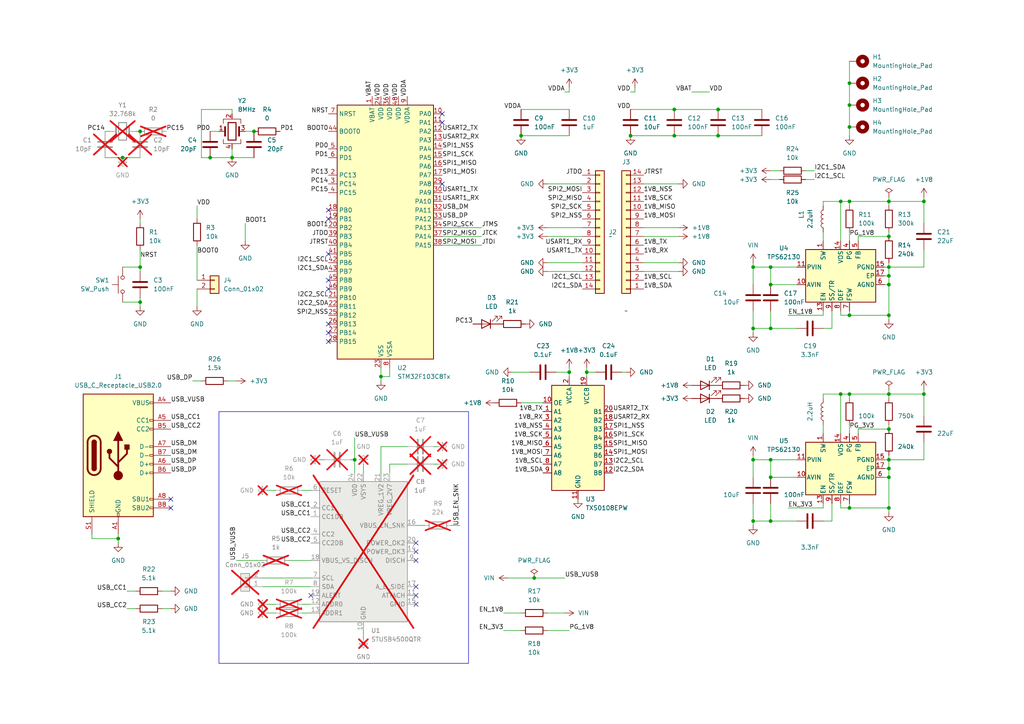
<source format=kicad_sch>
(kicad_sch (version 20231120) (generator "eeschema") (generator_version "8.0")
  (paper "A4")
  (junction (at 218.44 133.35))
  (junction (at 257.81 77.47))
  (junction (at 182.88 39.37))
  (junction (at 257.81 147.32))
  (junction (at 102.87 133.35))
  (junction (at 151.13 39.37))
  (junction (at 246.38 58.42))
  (junction (at 246.38 30.48))
  (junction (at 223.52 77.47))
  (junction (at 40.64 87.63))
  (junction (at 223.52 138.43))
  (junction (at 34.29 156.21))
  (junction (at 257.81 138.43))
  (junction (at 257.81 133.35))
  (junction (at 170.18 107.95))
  (junction (at 246.38 114.3))
  (junction (at 257.81 91.44))
  (junction (at 165.1 107.95))
  (junction (at 208.28 39.37))
  (junction (at 218.44 77.47))
  (junction (at 110.49 109.22))
  (junction (at 208.28 31.75))
  (junction (at 246.38 36.83))
  (junction (at 60.96 45.72))
  (junction (at 246.38 147.32))
  (junction (at 67.31 45.72))
  (junction (at 223.52 151.13))
  (junction (at 267.97 114.3))
  (junction (at 35.56 45.72))
  (junction (at 154.94 167.64))
  (junction (at 257.81 82.55))
  (junction (at 223.52 82.55))
  (junction (at 40.64 38.1))
  (junction (at 223.52 95.25))
  (junction (at 257.81 114.3))
  (junction (at 257.81 135.89))
  (junction (at 243.84 114.3))
  (junction (at 257.81 68.58))
  (junction (at 218.44 151.13))
  (junction (at 223.52 133.35))
  (junction (at 246.38 24.13))
  (junction (at 73.66 38.1))
  (junction (at 267.97 58.42))
  (junction (at 257.81 80.01))
  (junction (at 257.81 124.46))
  (junction (at 246.38 91.44))
  (junction (at 257.81 58.42))
  (junction (at 243.84 58.42))
  (junction (at 218.44 95.25))
  (junction (at 195.58 31.75))
  (junction (at 40.64 77.47))
  (junction (at 195.58 39.37))
  (no_connect (at 120.65 172.72))
  (no_connect (at 95.25 93.98))
  (no_connect (at 95.25 60.96))
  (no_connect (at 49.53 144.78))
  (no_connect (at 95.25 81.28))
  (no_connect (at 120.65 160.02))
  (no_connect (at 95.25 73.66))
  (no_connect (at 95.25 83.82))
  (no_connect (at 120.65 157.48))
  (no_connect (at 128.27 33.02))
  (no_connect (at 90.17 172.72))
  (no_connect (at 120.65 162.56))
  (no_connect (at 120.65 175.26))
  (no_connect (at 49.53 147.32))
  (no_connect (at 128.27 35.56))
  (no_connect (at 128.27 53.34))
  (no_connect (at 120.65 170.18))
  (no_connect (at 95.25 99.06))
  (no_connect (at 95.25 96.52))
  (no_connect (at 95.25 63.5))
  (wire (pts (xy 218.44 151.13) (xy 218.44 152.4)))
  (wire (pts (xy 256.54 77.47) (xy 257.81 77.47)))
  (wire (pts (xy 40.64 38.1) (xy 39.37 38.1)))
  (wire (pts (xy 218.44 77.47) (xy 218.44 82.55)))
  (wire (pts (xy 77.47 177.8) (xy 80.01 177.8)))
  (wire (pts (xy 218.44 133.35) (xy 218.44 138.43)))
  (wire (pts (xy 110.49 109.22) (xy 110.49 110.49)))
  (wire (pts (xy 246.38 91.44) (xy 257.81 91.44)))
  (wire (pts (xy 57.15 83.82) (xy 57.15 88.9)))
  (wire (pts (xy 184.15 26.67) (xy 184.15 25.4)))
  (wire (pts (xy 257.81 76.2) (xy 257.81 77.47)))
  (wire (pts (xy 257.81 135.89) (xy 257.81 138.43)))
  (wire (pts (xy 146.05 182.88) (xy 151.13 182.88)))
  (wire (pts (xy 246.38 114.3) (xy 257.81 114.3)))
  (wire (pts (xy 257.81 133.35) (xy 257.81 135.89)))
  (wire (pts (xy 246.38 147.32) (xy 257.81 147.32)))
  (wire (pts (xy 223.52 77.47) (xy 223.52 82.55)))
  (wire (pts (xy 246.38 67.31) (xy 246.38 69.85)))
  (wire (pts (xy 40.64 77.47) (xy 40.64 78.74)))
  (wire (pts (xy 58.42 45.72) (xy 60.96 45.72)))
  (wire (pts (xy 257.81 77.47) (xy 257.81 80.01)))
  (wire (pts (xy 241.3 90.17) (xy 241.3 95.25)))
  (wire (pts (xy 92.71 133.35) (xy 93.98 133.35)))
  (wire (pts (xy 238.76 147.32) (xy 238.76 146.05)))
  (wire (pts (xy 218.44 146.05) (xy 218.44 151.13)))
  (wire (pts (xy 30.48 45.72) (xy 35.56 45.72)))
  (wire (pts (xy 158.75 53.34) (xy 168.91 53.34)))
  (wire (pts (xy 248.92 68.58) (xy 257.81 68.58)))
  (wire (pts (xy 186.69 78.74) (xy 196.85 78.74)))
  (wire (pts (xy 26.67 156.21) (xy 34.29 156.21)))
  (wire (pts (xy 165.1 182.88) (xy 158.75 182.88)))
  (wire (pts (xy 246.38 58.42) (xy 243.84 58.42)))
  (wire (pts (xy 267.97 77.47) (xy 257.81 77.47)))
  (wire (pts (xy 87.63 142.24) (xy 90.17 142.24)))
  (wire (pts (xy 267.97 114.3) (xy 267.97 120.65)))
  (wire (pts (xy 120.65 152.4) (xy 123.19 152.4)))
  (wire (pts (xy 195.58 39.37) (xy 208.28 39.37)))
  (wire (pts (xy 257.81 124.46) (xy 257.81 123.19)))
  (wire (pts (xy 67.31 31.75) (xy 67.31 33.02)))
  (wire (pts (xy 36.83 176.53) (xy 39.37 176.53)))
  (wire (pts (xy 76.2 170.18) (xy 90.17 170.18)))
  (wire (pts (xy 218.44 76.2) (xy 218.44 77.47)))
  (wire (pts (xy 40.64 86.36) (xy 40.64 87.63)))
  (wire (pts (xy 218.44 95.25) (xy 218.44 96.52)))
  (wire (pts (xy 246.38 91.44) (xy 246.38 90.17)))
  (wire (pts (xy 186.69 68.58) (xy 196.85 68.58)))
  (wire (pts (xy 71.12 64.77) (xy 71.12 69.85)))
  (wire (pts (xy 165.1 26.67) (xy 165.1 25.4)))
  (wire (pts (xy 158.75 66.04) (xy 168.91 66.04)))
  (wire (pts (xy 26.67 154.94) (xy 26.67 156.21)))
  (wire (pts (xy 60.96 45.72) (xy 67.31 45.72)))
  (wire (pts (xy 267.97 58.42) (xy 267.97 64.77)))
  (wire (pts (xy 154.94 167.64) (xy 163.83 167.64)))
  (wire (pts (xy 186.69 53.34) (xy 196.85 53.34)))
  (wire (pts (xy 246.38 59.69) (xy 246.38 58.42)))
  (wire (pts (xy 248.92 69.85) (xy 248.92 68.58)))
  (wire (pts (xy 223.52 77.47) (xy 231.14 77.47)))
  (wire (pts (xy 233.68 52.07) (xy 236.22 52.07)))
  (wire (pts (xy 83.82 162.56) (xy 90.17 162.56)))
  (wire (pts (xy 257.81 138.43) (xy 257.81 147.32)))
  (wire (pts (xy 238.76 123.19) (xy 238.76 125.73)))
  (wire (pts (xy 238.76 67.31) (xy 238.76 69.85)))
  (wire (pts (xy 46.99 176.53) (xy 49.53 176.53)))
  (wire (pts (xy 223.52 151.13) (xy 231.14 151.13)))
  (wire (pts (xy 243.84 147.32) (xy 243.84 146.05)))
  (wire (pts (xy 67.31 31.75) (xy 58.42 31.75)))
  (wire (pts (xy 238.76 114.3) (xy 243.84 114.3)))
  (wire (pts (xy 147.32 167.64) (xy 154.94 167.64)))
  (wire (pts (xy 238.76 58.42) (xy 243.84 58.42)))
  (wire (pts (xy 101.6 133.35) (xy 102.87 133.35)))
  (wire (pts (xy 233.68 49.53) (xy 236.22 49.53)))
  (wire (pts (xy 128.27 66.04) (xy 139.7 66.04)))
  (wire (pts (xy 246.38 114.3) (xy 243.84 114.3)))
  (wire (pts (xy 172.72 107.95) (xy 170.18 107.95)))
  (wire (pts (xy 223.52 49.53) (xy 226.06 49.53)))
  (wire (pts (xy 257.81 132.08) (xy 257.81 133.35)))
  (wire (pts (xy 151.13 116.84) (xy 157.48 116.84)))
  (wire (pts (xy 223.52 90.17) (xy 223.52 95.25)))
  (wire (pts (xy 256.54 138.43) (xy 257.81 138.43)))
  (wire (pts (xy 30.48 38.1) (xy 31.75 38.1)))
  (wire (pts (xy 246.38 17.78) (xy 246.38 24.13)))
  (wire (pts (xy 57.15 71.12) (xy 57.15 81.28)))
  (wire (pts (xy 243.84 58.42) (xy 243.84 69.85)))
  (wire (pts (xy 246.38 123.19) (xy 246.38 125.73)))
  (wire (pts (xy 200.66 26.67) (xy 205.74 26.67)))
  (wire (pts (xy 267.97 113.03) (xy 267.97 114.3)))
  (wire (pts (xy 127 134.62) (xy 125.73 134.62)))
  (wire (pts (xy 60.96 38.1) (xy 63.5 38.1)))
  (wire (pts (xy 146.05 177.8) (xy 151.13 177.8)))
  (wire (pts (xy 40.64 72.39) (xy 40.64 77.47)))
  (wire (pts (xy 267.97 133.35) (xy 257.81 133.35)))
  (wire (pts (xy 165.1 107.95) (xy 165.1 109.22)))
  (wire (pts (xy 223.52 146.05) (xy 223.52 151.13)))
  (wire (pts (xy 35.56 45.72) (xy 40.64 45.72)))
  (wire (pts (xy 34.29 154.94) (xy 34.29 156.21)))
  (wire (pts (xy 102.87 127) (xy 102.87 133.35)))
  (wire (pts (xy 113.03 134.62) (xy 113.03 137.16)))
  (wire (pts (xy 246.38 30.48) (xy 246.38 36.83)))
  (wire (pts (xy 105.41 182.88) (xy 105.41 185.42)))
  (wire (pts (xy 223.52 82.55) (xy 231.14 82.55)))
  (wire (pts (xy 223.52 95.25) (xy 218.44 95.25)))
  (wire (pts (xy 127 129.54) (xy 125.73 129.54)))
  (wire (pts (xy 246.38 115.57) (xy 246.38 114.3)))
  (wire (pts (xy 128.27 68.58) (xy 139.7 68.58)))
  (wire (pts (xy 256.54 80.01) (xy 257.81 80.01)))
  (wire (pts (xy 133.35 152.4) (xy 130.81 152.4)))
  (wire (pts (xy 241.3 151.13) (xy 238.76 151.13)))
  (wire (pts (xy 35.56 87.63) (xy 40.64 87.63)))
  (wire (pts (xy 223.52 138.43) (xy 231.14 138.43)))
  (wire (pts (xy 163.83 177.8) (xy 158.75 177.8)))
  (wire (pts (xy 195.58 31.75) (xy 208.28 31.75)))
  (wire (pts (xy 238.76 114.3) (xy 238.76 115.57)))
  (wire (pts (xy 170.18 106.68) (xy 170.18 107.95)))
  (wire (pts (xy 256.54 135.89) (xy 257.81 135.89)))
  (wire (pts (xy 208.28 39.37) (xy 220.98 39.37)))
  (wire (pts (xy 243.84 114.3) (xy 243.84 125.73)))
  (wire (pts (xy 248.92 124.46) (xy 257.81 124.46)))
  (wire (pts (xy 246.38 58.42) (xy 257.81 58.42)))
  (wire (pts (xy 256.54 82.55) (xy 257.81 82.55)))
  (wire (pts (xy 58.42 31.75) (xy 58.42 45.72)))
  (wire (pts (xy 257.81 82.55) (xy 257.81 91.44)))
  (wire (pts (xy 36.83 171.45) (xy 39.37 171.45)))
  (wire (pts (xy 110.49 106.68) (xy 110.49 109.22)))
  (wire (pts (xy 223.52 95.25) (xy 231.14 95.25)))
  (wire (pts (xy 102.87 133.35) (xy 102.87 137.16)))
  (wire (pts (xy 257.81 114.3) (xy 267.97 114.3)))
  (wire (pts (xy 257.81 68.58) (xy 257.81 67.31)))
  (wire (pts (xy 57.15 59.69) (xy 57.15 63.5)))
  (wire (pts (xy 165.1 39.37) (xy 151.13 39.37)))
  (wire (pts (xy 257.81 57.15) (xy 257.81 58.42)))
  (wire (pts (xy 223.52 133.35) (xy 223.52 138.43)))
  (wire (pts (xy 256.54 133.35) (xy 257.81 133.35)))
  (wire (pts (xy 118.11 129.54) (xy 110.49 129.54)))
  (wire (pts (xy 208.28 31.75) (xy 220.98 31.75)))
  (wire (pts (xy 223.52 133.35) (xy 231.14 133.35)))
  (wire (pts (xy 66.04 110.49) (xy 68.58 110.49)))
  (wire (pts (xy 243.84 91.44) (xy 246.38 91.44)))
  (wire (pts (xy 67.31 43.18) (xy 67.31 45.72)))
  (wire (pts (xy 40.64 63.5) (xy 40.64 64.77)))
  (wire (pts (xy 241.3 146.05) (xy 241.3 151.13)))
  (wire (pts (xy 257.81 80.01) (xy 257.81 82.55)))
  (wire (pts (xy 113.03 109.22) (xy 110.49 109.22)))
  (wire (pts (xy 218.44 90.17) (xy 218.44 95.25)))
  (wire (pts (xy 267.97 57.15) (xy 267.97 58.42)))
  (wire (pts (xy 243.84 147.32) (xy 246.38 147.32)))
  (wire (pts (xy 87.63 175.26) (xy 90.17 175.26)))
  (wire (pts (xy 68.58 162.56) (xy 76.2 162.56)))
  (wire (pts (xy 218.44 77.47) (xy 223.52 77.47)))
  (wire (pts (xy 238.76 91.44) (xy 238.76 90.17)))
  (wire (pts (xy 257.81 115.57) (xy 257.81 114.3)))
  (wire (pts (xy 158.75 68.58) (xy 168.91 68.58)))
  (wire (pts (xy 40.64 87.63) (xy 40.64 88.9)))
  (wire (pts (xy 223.52 52.07) (xy 226.06 52.07)))
  (wire (pts (xy 148.59 107.95) (xy 153.67 107.95)))
  (wire (pts (xy 267.97 72.39) (xy 267.97 77.47)))
  (wire (pts (xy 238.76 147.32) (xy 228.6 147.32)))
  (wire (pts (xy 158.75 78.74) (xy 168.91 78.74)))
  (wire (pts (xy 118.11 134.62) (xy 113.03 134.62)))
  (wire (pts (xy 238.76 91.44) (xy 228.6 91.44)))
  (wire (pts (xy 257.81 147.32) (xy 257.81 148.59)))
  (wire (pts (xy 105.41 134.62) (xy 105.41 137.16)))
  (wire (pts (xy 246.38 24.13) (xy 246.38 30.48)))
  (wire (pts (xy 151.13 31.75) (xy 165.1 31.75)))
  (wire (pts (xy 257.81 113.03) (xy 257.81 114.3)))
  (wire (pts (xy 67.31 45.72) (xy 73.66 45.72)))
  (wire (pts (xy 110.49 129.54) (xy 110.49 137.16)))
  (wire (pts (xy 170.18 107.95) (xy 170.18 109.22)))
  (wire (pts (xy 87.63 177.8) (xy 90.17 177.8)))
  (wire (pts (xy 77.47 175.26) (xy 80.01 175.26)))
  (wire (pts (xy 35.56 77.47) (xy 40.64 77.47)))
  (wire (pts (xy 163.83 26.67) (xy 165.1 26.67)))
  (wire (pts (xy 181.61 107.95) (xy 180.34 107.95)))
  (wire (pts (xy 46.99 171.45) (xy 49.53 171.45)))
  (wire (pts (xy 223.52 151.13) (xy 218.44 151.13)))
  (wire (pts (xy 76.2 167.64) (xy 90.17 167.64)))
  (wire (pts (xy 257.81 91.44) (xy 257.81 92.71)))
  (wire (pts (xy 158.75 76.2) (xy 168.91 76.2)))
  (wire (pts (xy 246.38 36.83) (xy 246.38 39.37)))
  (wire (pts (xy 161.29 107.95) (xy 165.1 107.95)))
  (wire (pts (xy 246.38 147.32) (xy 246.38 146.05)))
  (wire (pts (xy 71.12 38.1) (xy 73.66 38.1)))
  (wire (pts (xy 182.88 26.67) (xy 184.15 26.67)))
  (wire (pts (xy 186.69 66.04) (xy 196.85 66.04)))
  (wire (pts (xy 238.76 58.42) (xy 238.76 59.69)))
  (wire (pts (xy 165.1 106.68) (xy 165.1 107.95)))
  (wire (pts (xy 218.44 133.35) (xy 223.52 133.35)))
  (wire (pts (xy 186.69 76.2) (xy 196.85 76.2)))
  (wire (pts (xy 55.88 110.49) (xy 58.42 110.49)))
  (wire (pts (xy 34.29 156.21) (xy 34.29 157.48)))
  (wire (pts (xy 182.88 39.37) (xy 195.58 39.37)))
  (wire (pts (xy 77.47 142.24) (xy 80.01 142.24)))
  (wire (pts (xy 267.97 128.27) (xy 267.97 133.35)))
  (wire (pts (xy 257.81 58.42) (xy 267.97 58.42)))
  (wire (pts (xy 128.27 71.12) (xy 139.7 71.12)))
  (wire (pts (xy 257.81 59.69) (xy 257.81 58.42)))
  (wire (pts (xy 248.92 125.73) (xy 248.92 124.46)))
  (wire (pts (xy 113.03 106.68) (xy 113.03 109.22)))
  (wire (pts (xy 241.3 95.25) (xy 238.76 95.25)))
  (wire (pts (xy 243.84 91.44) (xy 243.84 90.17)))
  (wire (pts (xy 182.88 31.75) (xy 195.58 31.75)))
  (wire (pts (xy 218.44 132.08) (xy 218.44 133.35)))
  (rectangle (start 63.5 119.38) (end 135.89 192.405))
  (label "1V8_MOSI" (at 157.48 132.08 180))
  (label "USB_VUSB" (at 68.58 162.56 90))
  (label "USB_CC1" (at 36.83 171.45 180))
  (label "SPI1_SCK" (at 128.27 45.72 0))
  (label "SPI2_MOSI" (at 168.91 55.88 180))
  (label "PC15" (at 48.26 38.1 0))
  (label "VDD" (at 57.15 59.69 0))
  (label "SPI2_NSS" (at 168.91 63.5 180))
  (label "I2C1_SCL" (at 168.91 81.28 180))
  (label "USART2_RX" (at 177.8 121.92 0))
  (label "BOOT0" (at 57.15 73.66 0))
  (label "VDD" (at 113.03 27.94 90))
  (label "BOOT1" (at 95.25 66.04 180))
  (label "USB_CC1" (at 49.53 121.92 0))
  (label "USB_VUSB" (at 102.87 127 0))
  (label "SPI1_MISO" (at 128.27 48.26 0))
  (label "I2C1_SDA" (at 95.25 78.74 180))
  (label "I2C2_SCL" (at 95.25 86.36 180))
  (label "1V8_TX" (at 157.48 119.38 180))
  (label "SPI2_SCK" (at 128.27 66.04 0))
  (label "USART2_TX" (at 128.27 38.1 0))
  (label "1V8_NSS" (at 186.69 55.88 0))
  (label "USB_DP" (at 49.53 137.16 0))
  (label "VDD" (at 110.49 27.94 90))
  (label "PG_1V8" (at 165.1 182.88 0))
  (label "VDD" (at 182.88 31.75 180))
  (label "1V8_MISO" (at 157.48 129.54 180))
  (label "SPI2_MISO" (at 168.91 58.42 180))
  (label "I2C2_SCL" (at 177.8 134.62 0))
  (label "USB_CC2" (at 90.17 157.48 180))
  (label "USART2_RX" (at 128.27 40.64 0))
  (label "PC14" (at 95.25 53.34 180))
  (label "SPI2_MISO" (at 128.27 68.58 0))
  (label "JTRST" (at 95.25 71.12 180))
  (label "SPI2_NSS" (at 95.25 91.44 180))
  (label "PG_3V3" (at 246.38 124.46 0))
  (label "EN_1V8" (at 228.6 91.44 0))
  (label "VDD" (at 115.57 27.94 90))
  (label "PC13" (at 137.16 93.98 180))
  (label "USB_EN_SNK" (at 133.35 152.4 90))
  (label "PC14" (at 30.48 38.1 180))
  (label "USB_CC2" (at 90.17 154.94 180))
  (label "JTCK" (at 139.7 68.58 0))
  (label "VDDA" (at 118.11 27.94 90))
  (label "USB_DM" (at 49.53 132.08 0))
  (label "PC13" (at 95.25 50.8 180))
  (label "USART1_RX" (at 128.27 58.42 0))
  (label "PD0" (at 95.25 43.18 180))
  (label "JTMS" (at 139.7 66.04 0))
  (label "USB_DP" (at 49.53 134.62 0))
  (label "PD1" (at 95.25 45.72 180))
  (label "USB_CC2" (at 36.83 176.53 180))
  (label "1V8_MOSI" (at 186.69 63.5 0))
  (label "EN_3V3" (at 146.05 182.88 180))
  (label "1V8_RX" (at 186.69 73.66 0))
  (label "I2C1_SDA" (at 168.91 83.82 180))
  (label "PC15" (at 95.25 55.88 180))
  (label "SPI2_MOSI" (at 128.27 71.12 0))
  (label "1V8_SDA" (at 186.69 83.82 0))
  (label "USB_DP" (at 55.88 110.49 180))
  (label "1V8_TX" (at 186.69 71.12 0))
  (label "PD1" (at 81.28 38.1 0))
  (label "PD0" (at 60.96 38.1 180))
  (label "1V8_RX" (at 157.48 121.92 180))
  (label "1V8_SCL" (at 157.48 134.62 180))
  (label "JTRST" (at 186.69 50.8 0))
  (label "SPI1_MOSI" (at 177.8 132.08 0))
  (label "SPI2_SCK" (at 168.91 60.96 180))
  (label "1V8_SCL" (at 186.69 81.28 0))
  (label "SPI1_SCK" (at 177.8 127 0))
  (label "1V8_SCK" (at 157.48 127 180))
  (label "VDDA" (at 151.13 31.75 180))
  (label "NRST" (at 95.25 33.02 180))
  (label "1V8_MISO" (at 186.69 60.96 0))
  (label "JTDO" (at 95.25 68.58 180))
  (label "SPI1_MOSI" (at 128.27 50.8 0))
  (label "1V8_SDA" (at 157.48 137.16 180))
  (label "JTDO" (at 168.91 50.8 180))
  (label "VDD" (at 182.88 26.67 180))
  (label "EN_1V8" (at 146.05 177.8 180))
  (label "USB_DM" (at 128.27 60.96 0))
  (label "USB_CC1" (at 90.17 149.86 180))
  (label "PG_1V8" (at 246.38 68.58 0))
  (label "JTDI" (at 139.7 71.12 0))
  (label "I2C1_SDA" (at 236.22 49.53 0))
  (label "USART1_RX" (at 168.91 71.12 180))
  (label "NRST" (at 40.64 74.93 0))
  (label "USB_VUSB" (at 163.83 167.64 0))
  (label "BOOT1" (at 71.12 64.77 0))
  (label "USB_CC2" (at 49.53 124.46 0))
  (label "USART1_TX" (at 128.27 55.88 0))
  (label "USART1_TX" (at 168.91 73.66 180))
  (label "1V8_SCK" (at 186.69 58.42 0))
  (label "VDDA" (at 163.83 26.67 180))
  (label "SPI1_NSS" (at 128.27 43.18 0))
  (label "VBAT" (at 200.66 26.67 180))
  (label "BOOT0" (at 95.25 38.1 180))
  (label "USB_DM" (at 49.53 129.54 0))
  (label "VBAT" (at 107.95 27.94 90))
  (label "I2C1_SCL" (at 236.22 52.07 0))
  (label "USB_CC1" (at 90.17 147.32 180))
  (label "I2C2_SDA" (at 177.8 137.16 0))
  (label "1V8_NSS" (at 157.48 124.46 180))
  (label "I2C1_SCL" (at 95.25 76.2 180))
  (label "SPI1_NSS" (at 177.8 124.46 0))
  (label "USART2_TX" (at 177.8 119.38 0))
  (label "USB_VUSB" (at 49.53 116.84 0))
  (label "I2C2_SDA" (at 95.25 88.9 180))
  (label "EN_3V3" (at 228.6 147.32 0))
  (label "USB_DP" (at 128.27 63.5 0))
  (label "VDD" (at 205.74 26.67 0))
  (label "SPI1_MISO" (at 177.8 129.54 0))
  (symbol (lib_id "Device:L") (at 238.76 63.5 180) (unit 1)
    (property "Reference" "L1" (at 232.41 62.23 90))
    (property "Value" "2.2uH" (at 234.95 63.5 90))
    (property "Footprint" "Inductor_SMD:L_Coilcraft_XxL4020" (effects (hide yes)))
    (property "Description" "Inductor" (effects (hide yes)))
  )
  (symbol (lib_id "power:+1V8") (at 143.51 116.84 90) (unit 1)
    (property "Reference" "#PWR017" (effects (hide yes)))
    (property "Value" "+1V8" (at 139.7 116.8399 90) (effects (justify left)))
    (property "Description" "Power symbol creates a global label with name \"+1V8\"" (effects (hide yes)))
  )
  (symbol (lib_id "power:+1V8") (at 267.97 113.03 0) (unit 1)
    (property "Reference" "#PWR045" (effects (hide yes)))
    (property "Value" "+3V3" (at 267.97 107.95 0))
    (property "Description" "Power symbol creates a global label with name \"+1V8\"" (effects (hide yes)))
  )
  (symbol (lib_id "Device:R") (at 43.18 176.53 90) (unit 1)
    (property "Reference" "R23" (at 43.18 180.34 90))
    (property "Value" "5.1k" (at 43.18 182.88 90))
    (property "Footprint" "Resistor_SMD:R_0603_1608Metric" (effects (hide yes)))
    (property "Description" "Resistor" (effects (hide yes)))
  )
  (symbol (lib_id "power:VCC") (at 147.32 167.64 90) (unit 1)
    (property "Reference" "#PWR046" (effects (hide yes)))
    (property "Value" "VIN" (at 143.51 167.6399 90) (effects (justify left)))
    (property "Description" "Power symbol creates a global label with name \"VCC\"" (effects (hide yes)))
  )
  (symbol (lib_id "power:GND") (at 127 129.54 90) (unit 1) (dnp yes)
    (property "Reference" "#PWR014" (effects (hide yes)))
    (property "Value" "GND" (at 130.81 129.5401 90) (effects (justify right)))
    (property "Description" "Power symbol creates a global label with name \"GND\" , ground" (effects (hide yes)))
  )
  (symbol (lib_id "Device:R") (at 83.82 142.24 270) (unit 1) (dnp yes)
    (property "Reference" "R6" (at 83.82 135.89 90))
    (property "Value" "10k" (at 83.82 138.43 90))
    (property "Footprint" "Resistor_SMD:R_0603_1608Metric" (effects (hide yes)))
    (property "Description" "Resistor" (effects (hide yes)))
  )
  (symbol (lib_id "Connector_Generic:Conn_01x02") (at 71.12 170.18 180) (unit 1) (dnp yes)
    (property "Reference" "J5" (at 71.12 161.29 0))
    (property "Value" "Conn_01x02" (at 71.12 163.83 0))
    (property "Footprint" "Connector_PinHeader_1.27mm:PinHeader_1x02_P1.27mm_Vertical" (effects (hide yes)))
    (property "Description" "Generic connector, single row, 01x02, script generated (kicad-library-utils/schlib/autogen/connector/)" (effects (hide yes)))
  )
  (symbol (lib_id "power:+3V3") (at 158.75 68.58 90) (unit 1)
    (property "Reference" "#PWR022" (effects (hide yes)))
    (property "Value" "+3V3" (at 154.94 68.5799 90) (effects (justify left)))
    (property "Description" "Power symbol creates a global label with name \"+3V3\"" (effects (hide yes)))
  )
  (symbol (lib_id "Device:R") (at 154.94 177.8 90) (unit 1)
    (property "Reference" "R17" (at 154.94 171.45 90))
    (property "Value" "10k" (at 154.94 173.99 90))
    (property "Footprint" "Resistor_SMD:R_0603_1608Metric" (effects (hide yes)))
    (property "Description" "Resistor" (effects (hide yes)))
  )
  (symbol (lib_id "Device:R") (at 43.18 171.45 90) (unit 1)
    (property "Reference" "R22" (at 43.18 165.1 90))
    (property "Value" "5.1k" (at 43.18 167.64 90))
    (property "Footprint" "Resistor_SMD:R_0603_1608Metric" (effects (hide yes)))
    (property "Description" "Resistor" (effects (hide yes)))
  )
  (symbol (lib_id "power:PWR_FLAG") (at 154.94 167.64 0) (unit 1)
    (property "Reference" "#FLG01" (effects (hide yes)))
    (property "Value" "PWR_FLAG" (at 154.94 162.56 0))
    (property "Description" "Special symbol for telling ERC where power comes from" (effects (hide yes)))
  )
  (symbol (lib_id "Device:R") (at 147.32 116.84 90) (unit 1)
    (property "Reference" "R10" (at 147.32 110.49 90))
    (property "Value" "10k" (at 147.32 113.03 90))
    (property "Footprint" "Resistor_SMD:R_0603_1608Metric" (effects (hide yes)))
    (property "Description" "Resistor" (effects (hide yes)))
  )
  (symbol (lib_id "Device:C") (at 60.96 41.91 0) (unit 1)
    (property "Reference" "C4" (at 57.15 40.6399 0) (effects (justify right)))
    (property "Value" "20pF" (at 57.15 43.1799 0) (effects (justify right)))
    (property "Footprint" "Capacitor_SMD:C_0603_1608Metric" (effects (hide yes)))
    (property "Description" "Unpolarized capacitor" (effects (hide yes)))
  )
  (symbol (lib_id "power:GND") (at 158.75 76.2 270) (unit 1)
    (property "Reference" "#PWR023" (effects (hide yes)))
    (property "Value" "GND" (at 154.94 76.1999 90) (effects (justify right)))
    (property "Description" "Power symbol creates a global label with name \"GND\" , ground" (effects (hide yes)))
  )
  (symbol (lib_id "power:+3V3") (at 68.58 110.49 270) (unit 1)
    (property "Reference" "#PWR053" (effects (hide yes)))
    (property "Value" "+3V3" (at 72.39 110.4899 90) (effects (justify left)))
    (property "Description" "Power symbol creates a global label with name \"+3V3\"" (effects (hide yes)))
  )
  (symbol (lib_id "power:GND") (at 196.85 76.2 90) (mirror x) (unit 1)
    (property "Reference" "#PWR034" (effects (hide yes)))
    (property "Value" "GND" (at 200.66 76.1999 90) (effects (justify right)))
    (property "Description" "Power symbol creates a global label with name \"GND\" , ground" (effects (hide yes)))
  )
  (symbol (lib_id "Device:R") (at 80.01 162.56 270) (unit 1) (dnp yes)
    (property "Reference" "R5" (at 80.01 156.21 90))
    (property "Value" "1k" (at 80.01 158.75 90))
    (property "Footprint" "Resistor_SMD:R_0603_1608Metric" (effects (hide yes)))
    (property "Description" "Resistor" (effects (hide yes)))
  )
  (symbol (lib_id "Logic_LevelTranslator:TXS0108EPW") (at 167.64 127 0) (unit 1)
    (property "Reference" "U3" (at 169.8341 144.78 0) (effects (justify left)))
    (property "Value" "TXS0108EPW" (at 169.8341 147.32 0) (effects (justify left)))
    (property "Footprint" "Package_SO:TSSOP-20_4.4x6.5mm_P0.65mm" (effects (hide yes)))
    (property "Datasheet" "www.ti.com/lit/ds/symlink/txs0108e.pdf" (effects (hide yes)))
    (property "Description" "Bidirectional  level-shifting voltage translator, TSSOP-20" (effects (hide yes)))
  )
  (symbol (lib_id "Device:C") (at 220.98 35.56 0) (unit 1)
    (property "Reference" "C16" (at 224.79 34.2899 0) (effects (justify left)))
    (property "Value" "100nF" (at 224.79 36.8299 0) (effects (justify left)))
    (property "Footprint" "Capacitor_SMD:C_0603_1608Metric" (effects (hide yes)))
    (property "Description" "Unpolarized capacitor" (effects (hide yes)))
  )
  (symbol (lib_id "Device:R") (at 40.64 68.58 0) (unit 1)
    (property "Reference" "R1" (at 43.18 67.3099 0) (effects (justify left)))
    (property "Value" "10k" (at 43.18 69.8499 0) (effects (justify left)))
    (property "Footprint" "Resistor_SMD:R_0603_1608Metric" (effects (hide yes)))
    (property "Description" "Resistor" (effects (hide yes)))
  )
  (symbol (lib_id "power:GND") (at 49.53 176.53 90) (unit 1)
    (property "Reference" "#PWR049" (effects (hide yes)))
    (property "Value" "GND" (at 53.34 176.5299 90) (effects (justify right)))
    (property "Description" "Power symbol creates a global label with name \"GND\" , ground" (effects (hide yes)))
  )
  (symbol (lib_id "power:+3V3") (at 184.15 25.4 0) (unit 1)
    (property "Reference" "#PWR031" (effects (hide yes)))
    (property "Value" "+3V3" (at 184.15 20.32 0))
    (property "Description" "Power symbol creates a global label with name \"+3V3\"" (effects (hide yes)))
  )
  (symbol (lib_id "Device:C") (at 176.53 107.95 270) (unit 1)
    (property "Reference" "C24" (at 176.53 100.33 90))
    (property "Value" "0.1uF" (at 176.53 102.87 90))
    (property "Footprint" "Capacitor_SMD:C_0603_1608Metric" (effects (hide yes)))
    (property "Description" "Unpolarized capacitor" (effects (hide yes)))
  )
  (symbol (lib_id "Device:C") (at 218.44 142.24 180) (unit 1)
    (property "Reference" "C15" (effects (hide yes)))
    (property "Value" "10uF" (at 214.63 143.5099 0) (effects (justify left)))
    (property "Footprint" "Capacitor_SMD:C_0603_1608Metric" (effects (hide yes)))
    (property "Description" "Unpolarized capacitor" (effects (hide yes)))
  )
  (symbol (lib_id "power:+3V3") (at 158.75 66.04 90) (unit 1)
    (property "Reference" "#PWR021" (effects (hide yes)))
    (property "Value" "+3V3" (at 154.94 66.0399 90) (effects (justify left)))
    (property "Description" "Power symbol creates a global label with name \"+3V3\"" (effects (hide yes)))
  )
  (symbol (lib_id "power:GND") (at 215.9 111.76 90) (unit 1)
    (property "Reference" "#PWR019" (effects (hide yes)))
    (property "Value" "GND" (at 219.71 111.7599 90) (effects (justify right)))
    (property "Description" "Power symbol creates a global label with name \"GND\" , ground" (effects (hide yes)))
  )
  (symbol (lib_id "Device:L") (at 238.76 119.38 180) (unit 1)
    (property "Reference" "L2" (effects (hide yes)))
    (property "Value" "2.2uH" (at 234.95 119.38 90))
    (property "Footprint" "Inductor_SMD:L_Coilcraft_XxL4020" (effects (hide yes)))
    (property "Description" "Inductor" (effects (hide yes)))
  )
  (symbol (lib_id "power:GND") (at 57.15 88.9 0) (unit 1)
    (property "Reference" "#PWR05" (effects (hide yes)))
    (property "Value" "GND" (at 57.15 93.98 0))
    (property "Description" "Power symbol creates a global label with name \"GND\" , ground" (effects (hide yes)))
  )
  (symbol (lib_id "Device:R") (at 154.94 182.88 90) (unit 1)
    (property "Reference" "R18" (at 154.94 186.69 90))
    (property "Value" "10k" (at 154.94 189.23 90))
    (property "Footprint" "Resistor_SMD:R_0603_1608Metric" (effects (hide yes)))
    (property "Description" "Resistor" (effects (hide yes)))
  )
  (symbol (lib_id "Device:C") (at 223.52 142.24 0) (unit 1)
    (property "Reference" "C18" (effects (hide yes)))
    (property "Value" "100nF" (at 227.33 143.5099 0) (effects (justify left)))
    (property "Footprint" "Capacitor_SMD:C_0603_1608Metric" (effects (hide yes)))
    (property "Description" "Unpolarized capacitor" (effects (hide yes)))
  )
  (symbol (lib_id "power:GND") (at 196.85 78.74 90) (mirror x) (unit 1)
    (property "Reference" "#PWR037" (effects (hide yes)))
    (property "Value" "GND" (at 200.66 78.7399 90) (effects (justify right)))
    (property "Description" "Power symbol creates a global label with name \"GND\" , ground" (effects (hide yes)))
  )
  (symbol (lib_id "Device:C") (at 40.64 82.55 0) (unit 1)
    (property "Reference" "C3" (at 44.45 81.2799 0) (effects (justify left)))
    (property "Value" "100nF" (at 44.45 83.8199 0) (effects (justify left)))
    (property "Footprint" "Capacitor_SMD:C_0603_1608Metric" (effects (hide yes)))
    (property "Description" "Unpolarized capacitor" (effects (hide yes)))
  )
  (symbol (lib_id "power:+1V8") (at 196.85 68.58 270) (unit 1)
    (property "Reference" "#PWR036" (effects (hide yes)))
    (property "Value" "+1V8" (at 200.66 68.5799 90) (effects (justify left)))
    (property "Description" "Power symbol creates a global label with name \"+1V8\"" (effects (hide yes)))
  )
  (symbol (lib_id "power:+3V3") (at 170.18 106.68 0) (unit 1)
    (property "Reference" "#PWR027" (effects (hide yes)))
    (property "Value" "+3V3" (at 170.18 101.6 0))
    (property "Description" "Power symbol creates a global label with name \"+3V3\"" (effects (hide yes)))
  )
  (symbol (lib_id "Device:R") (at 212.09 115.57 90) (unit 1)
    (property "Reference" "R20" (at 212.09 119.38 90))
    (property "Value" "1k" (at 212.09 121.92 90))
    (property "Footprint" "Resistor_SMD:R_0603_1608Metric" (effects (hide yes)))
    (property "Description" "Resistor" (effects (hide yes)))
  )
  (symbol (lib_id "Device:C") (at 208.28 35.56 0) (unit 1)
    (property "Reference" "C13" (at 212.09 34.2899 0) (effects (justify left)))
    (property "Value" "100nF" (at 212.09 36.8299 0) (effects (justify left)))
    (property "Footprint" "Capacitor_SMD:C_0603_1608Metric" (effects (hide yes)))
    (property "Description" "Unpolarized capacitor" (effects (hide yes)))
  )
  (symbol (lib_id "Device:R") (at 77.47 38.1 90) (unit 1)
    (property "Reference" "R4" (at 77.47 31.75 90))
    (property "Value" "0" (at 77.47 34.29 90))
    (property "Footprint" "Resistor_SMD:R_0603_1608Metric" (effects (hide yes)))
    (property "Description" "Resistor" (effects (hide yes)))
  )
  (symbol (lib_id "power:GND") (at 110.49 110.49 0) (unit 1)
    (property "Reference" "#PWR013" (effects (hide yes)))
    (property "Value" "GND" (at 110.49 115.57 0))
    (property "Description" "Power symbol creates a global label with name \"GND\" , ground" (effects (hide yes)))
  )
  (symbol (lib_id "power:+1V8") (at 200.66 115.57 90) (unit 1)
    (property "Reference" "#PWR054" (effects (hide yes)))
    (property "Value" "+3V3" (at 196.85 115.5699 90) (effects (justify left)))
    (property "Description" "Power symbol creates a global label with name \"+1V8\"" (effects (hide yes)))
  )
  (symbol (lib_id "Device:R") (at 257.81 63.5 180) (unit 1)
    (property "Reference" "R13" (at 260.35 62.2299 0) (effects (justify right)))
    (property "Value" "300k" (at 260.35 64.7699 0) (effects (justify right)))
    (property "Footprint" "Resistor_SMD:R_0603_1608Metric" (effects (hide yes)))
    (property "Description" "Resistor" (effects (hide yes)))
  )
  (symbol (lib_id "Interface_USB:STUSB4500QTR") (at 105.41 160.02 0) (unit 1) (dnp yes)
    (property "Reference" "U1" (at 107.6041 182.88 0) (effects (justify left)))
    (property "Value" "STUSB4500QTR" (at 107.6041 185.42 0) (effects (justify left)))
    (property "Footprint" "Package_DFN_QFN:QFN-24-1EP_4x4mm_P0.5mm_EP2.7x2.7mm" (effects (hide yes)))
    (property "Datasheet" "https://www.st.com/resource/en/datasheet/stusb4500.pdf" (effects (hide yes)))
    (property "Description" "Stand-alone USB PD controller (with sink Auto-run mode), QFN-24" (effects (hide yes)))
  )
  (symbol (lib_id "power:GND") (at 167.64 144.78 0) (unit 1)
    (property "Reference" "#PWR028" (effects (hide yes)))
    (property "Value" "GND" (at 167.64 149.86 0))
    (property "Description" "Power symbol creates a global label with name \"GND\" , ground" (effects (hide yes)))
  )
  (symbol (lib_id "Device:LED") (at 140.97 93.98 180) (unit 1)
    (property "Reference" "D3" (at 142.5575 86.36 0))
    (property "Value" "LED" (at 142.5575 88.9 0))
    (property "Footprint" "LED_SMD:LED_0603_1608Metric" (effects (hide yes)))
    (property "Description" "Light emitting diode" (effects (hide yes)))
  )
  (symbol (lib_id "Device:C") (at 234.95 95.25 90) (unit 1)
    (property "Reference" "C19" (at 234.95 100.33 90))
    (property "Value" "3.3nF" (at 234.95 102.87 90))
    (property "Footprint" "Capacitor_SMD:C_0603_1608Metric" (effects (hide yes)))
    (property "Description" "Unpolarized capacitor" (effects (hide yes)))
  )
  (symbol (lib_id "power:GND") (at 105.41 134.62 180) (unit 1) (dnp yes)
    (property "Reference" "#PWR011" (effects (hide yes)))
    (property "Value" "GND" (at 105.41 129.54 0))
    (property "Description" "Power symbol creates a global label with name \"GND\" , ground" (effects (hide yes)))
  )
  (symbol (lib_id "Regulator_Switching:TPS62130") (at 243.84 135.89 90) (unit 1)
    (property "Reference" "U5" (at 227.33 127.8538 90))
    (property "Value" "TPS62130" (at 227.33 130.3938 90))
    (property "Footprint" "Package_DFN_QFN:VQFN-16-1EP_3x3mm_P0.5mm_EP1.68x1.68mm_ThermalVias" (effects (hide yes)))
    (property "Datasheet" "http://www.ti.com/lit/ds/symlink/tps62130.pdf" (effects (hide yes)))
    (property "Description" "3A Step-Down Converter with DCS-Control, Adjustable Output Voltage, 3-17V Input Voltage, QFN-16" (effects (hide yes)))
    (property "Sim.Library" "spice/TPS62130A_TRANS.LIB" (effects (hide yes)))
    (property "Sim.Name" "TPS62130A_TRANS" (effects (hide yes)))
    (property "Sim.Device" "SUBCKT" (effects (hide yes)))
    (property "Sim.Pins" "1=AGND 2=AVIN 3=DEF 4=EN 5=ETPAD 6=FB 7=FSW 8=PG 9=PGND1 10=PGND2 11=PVIN1 12=PVIN2 13=SS_TR 14=SW1 15=SW2 16=SW3 17=VOS" (effects (hide yes)))
  )
  (symbol (lib_id "Device:C") (at 40.64 41.91 0) (unit 1) (dnp yes)
    (property "Reference" "C2" (at 44.45 40.6399 0) (effects (justify left)))
    (property "Value" "10pF" (at 44.45 43.1799 0) (effects (justify left)))
    (property "Footprint" "Capacitor_SMD:C_0603_1608Metric" (effects (hide yes)))
    (property "Description" "Unpolarized capacitor" (effects (hide yes)))
  )
  (symbol (lib_id "Device:R") (at 257.81 128.27 0) (unit 1)
    (property "Reference" "R16" (effects (hide yes)))
    (property "Value" "240k" (at 260.35 129.5399 0) (effects (justify left)))
    (property "Footprint" "Resistor_SMD:R_0603_1608Metric" (effects (hide yes)))
    (property "Description" "Resistor" (effects (hide yes)))
  )
  (symbol (lib_id "Connector_Generic:Conn_01x14") (at 173.99 66.04 0) (unit 1)
    (property "Reference" "J2" (at 176.53 67.3099 0) (effects (justify left)))
    (property "Value" "~" (at 176.53 68.5799 0) (effects (justify left)))
    (property "Footprint" "Connector_PinHeader_2.54mm:PinHeader_1x14_P2.54mm_Horizontal" (effects (hide yes)))
    (property "Description" "Generic connector, single row, 01x14, script generated (kicad-library-utils/schlib/autogen/connector/)" (effects (hide yes)))
  )
  (symbol (lib_id "power:GND") (at 77.47 142.24 270) (unit 1) (dnp yes)
    (property "Reference" "#PWR07" (effects (hide yes)))
    (property "Value" "GND" (at 73.66 142.2399 90) (effects (justify right)))
    (property "Description" "Power symbol creates a global label with name \"GND\" , ground" (effects (hide yes)))
  )
  (symbol (lib_id "power:PWR_FLAG") (at 257.81 57.15 0) (unit 1)
    (property "Reference" "#FLG02" (effects (hide yes)))
    (property "Value" "PWR_FLAG" (at 257.81 52.07 0))
    (property "Description" "Special symbol for telling ERC where power comes from" (effects (hide yes)))
  )
  (symbol (lib_id "Mechanical:MountingHole_Pad") (at 248.92 24.13 270) (unit 1)
    (property "Reference" "H2" (at 253.0475 22.8599 90) (effects (justify left)))
    (property "Value" "MountingHole_Pad" (at 253.0475 25.3999 90) (effects (justify left)))
    (property "Footprint" "MountingHole:MountingHole_2.2mm_M2_Pad_Via" (effects (hide yes)))
    (property "Description" "Mounting Hole with connection" (effects (hide yes)))
  )
  (symbol (lib_id "power:GND") (at 77.47 175.26 270) (unit 1) (dnp yes)
    (property "Reference" "#PWR08" (effects (hide yes)))
    (property "Value" "GND" (at 73.66 175.2599 90) (effects (justify right)))
    (property "Description" "Power symbol creates a global label with name \"GND\" , ground" (effects (hide yes)))
  )
  (symbol (lib_id "Device:C") (at 30.48 41.91 0) (unit 1) (dnp yes)
    (property "Reference" "C1" (at 26.67 40.6399 0) (effects (justify right)))
    (property "Value" "10pF" (at 26.67 43.1799 0) (effects (justify right)))
    (property "Footprint" "Capacitor_SMD:C_0603_1608Metric" (effects (hide yes)))
    (property "Description" "Unpolarized capacitor" (effects (hide yes)))
  )
  (symbol (lib_id "power:GND") (at 40.64 88.9 0) (unit 1)
    (property "Reference" "#PWR04" (effects (hide yes)))
    (property "Value" "GND" (at 40.64 93.98 0))
    (property "Description" "Power symbol creates a global label with name \"GND\" , ground" (effects (hide yes)))
  )
  (symbol (lib_id "Device:C") (at 157.48 107.95 90) (unit 1)
    (property "Reference" "C23" (at 157.48 100.33 90))
    (property "Value" "0.1uF" (at 157.48 102.87 90))
    (property "Footprint" "Capacitor_SMD:C_0603_1608Metric" (effects (hide yes)))
    (property "Description" "Unpolarized capacitor" (effects (hide yes)))
  )
  (symbol (lib_id "Device:R") (at 257.81 72.39 0) (unit 1)
    (property "Reference" "R14" (at 260.35 71.1199 0) (effects (justify left)))
    (property "Value" "240k" (at 260.35 73.6599 0) (effects (justify left)))
    (property "Footprint" "Resistor_SMD:R_0603_1608Metric" (effects (hide yes)))
    (property "Description" "Resistor" (effects (hide yes)))
  )
  (symbol (lib_id "power:+1V8") (at 165.1 106.68 0) (unit 1)
    (property "Reference" "#PWR029" (effects (hide yes)))
    (property "Value" "+1V8" (at 165.1 101.6 0))
    (property "Description" "Power symbol creates a global label with name \"+1V8\"" (effects (hide yes)))
  )
  (symbol (lib_id "power:+3V3") (at 165.1 25.4 0) (unit 1)
    (property "Reference" "#PWR026" (effects (hide yes)))
    (property "Value" "+3V3" (at 165.1 20.32 0))
    (property "Description" "Power symbol creates a global label with name \"+3V3\"" (effects (hide yes)))
  )
  (symbol (lib_id "power:+1V8") (at 267.97 57.15 0) (unit 1)
    (property "Reference" "#PWR044" (effects (hide yes)))
    (property "Value" "+1V8" (at 267.97 52.07 0))
    (property "Description" "Power symbol creates a global label with name \"+1V8\"" (effects (hide yes)))
  )
  (symbol (lib_id "Device:C") (at 267.97 68.58 0) (mirror y) (unit 1)
    (property "Reference" "C21" (at 271.78 67.3099 0) (effects (justify right)))
    (property "Value" "22uF" (at 271.78 69.8499 0) (effects (justify right)))
    (property "Footprint" "Capacitor_SMD:C_0603_1608Metric" (effects (hide yes)))
    (property "Description" "Unpolarized capacitor" (effects (hide yes)))
  )
  (symbol (lib_id "Device:R") (at 127 152.4 90) (unit 1) (dnp yes)
    (property "Reference" "R9" (at 127 146.05 90))
    (property "Value" "22k" (at 127 148.59 90))
    (property "Footprint" "Resistor_SMD:R_0603_1608Metric" (effects (hide yes)))
    (property "Description" "Resistor" (effects (hide yes)))
  )
  (symbol (lib_id "Device:C") (at 165.1 35.56 0) (unit 1)
    (property "Reference" "C10" (at 168.91 34.2899 0) (effects (justify left)))
    (property "Value" "1uF" (at 168.91 36.8299 0) (effects (justify left)))
    (property "Footprint" "Capacitor_SMD:C_0603_1608Metric" (effects (hide yes)))
    (property "Description" "Unpolarized capacitor" (effects (hide yes)))
  )
  (symbol (lib_id "Device:C") (at 223.52 86.36 0) (unit 1)
    (property "Reference" "C17" (at 227.33 85.0899 0) (effects (justify left)))
    (property "Value" "100nF" (at 227.33 87.6299 0) (effects (justify left)))
    (property "Footprint" "Capacitor_SMD:C_0603_1608Metric" (effects (hide yes)))
    (property "Description" "Unpolarized capacitor" (effects (hide yes)))
  )
  (symbol (lib_id "Device:R") (at 62.23 110.49 270) (unit 1)
    (property "Reference" "R26" (at 62.23 104.14 90))
    (property "Value" "1.5k" (at 62.23 106.68 90))
    (property "Footprint" "Resistor_SMD:R_0603_1608Metric" (effects (hide yes)))
    (property "Description" "Resistor" (effects (hide yes)))
  )
  (symbol (lib_id "power:GND") (at 196.85 53.34 90) (mirror x) (unit 1)
    (property "Reference" "#PWR057" (effects (hide yes)))
    (property "Value" "GND" (at 200.66 53.3399 90) (effects (justify right)))
    (property "Description" "Power symbol creates a global label with name \"GND\" , ground" (effects (hide yes)))
  )
  (symbol (lib_id "Device:R") (at 83.82 177.8 270) (unit 1) (dnp yes)
    (property "Reference" "R8" (at 83.82 181.61 90))
    (property "Value" "100k" (at 83.82 184.15 90))
    (property "Footprint" "Resistor_SMD:R_0603_1608Metric" (effects (hide yes)))
    (property "Description" "Resistor" (effects (hide yes)))
  )
  (symbol (lib_id "power:GND") (at 92.71 133.35 270) (unit 1) (dnp yes)
    (property "Reference" "#PWR010" (effects (hide yes)))
    (property "Value" "GND" (at 88.9 133.3499 90) (effects (justify right)))
    (property "Description" "Power symbol creates a global label with name \"GND\" , ground" (effects (hide yes)))
  )
  (symbol (lib_id "power:GND") (at 246.38 39.37 0) (unit 1)
    (property "Reference" "#PWR018" (effects (hide yes)))
    (property "Value" "GND" (at 246.38 44.45 0))
    (property "Description" "Power symbol creates a global label with name \"GND\" , ground" (effects (hide yes)))
  )
  (symbol (lib_id "Device:C") (at 267.97 124.46 0) (mirror y) (unit 1)
    (property "Reference" "C22" (effects (hide yes)))
    (property "Value" "22uF" (at 271.78 125.7299 0) (effects (justify right)))
    (property "Footprint" "Capacitor_SMD:C_0603_1608Metric" (effects (hide yes)))
    (property "Description" "Unpolarized capacitor" (effects (hide yes)))
  )
  (symbol (lib_id "power:GND") (at 181.61 107.95 90) (unit 1)
    (property "Reference" "#PWR047" (effects (hide yes)))
    (property "Value" "GND" (at 185.42 107.9499 90) (effects (justify right)))
    (property "Description" "Power symbol creates a global label with name \"GND\" , ground" (effects (hide yes)))
  )
  (symbol (lib_id "power:VCC") (at 163.83 177.8 270) (unit 1)
    (property "Reference" "#PWR024" (effects (hide yes)))
    (property "Value" "VIN" (at 167.64 177.7999 90) (effects (justify left)))
    (property "Description" "Power symbol creates a global label with name \"VCC\"" (effects (hide yes)))
  )
  (symbol (lib_id "power:GND") (at 105.41 185.42 0) (unit 1) (dnp yes)
    (property "Reference" "#PWR012" (effects (hide yes)))
    (property "Value" "GND" (at 105.41 190.5 0))
    (property "Description" "Power symbol creates a global label with name \"GND\" , ground" (effects (hide yes)))
  )
  (symbol (lib_id "power:GND") (at 127 134.62 90) (unit 1) (dnp yes)
    (property "Reference" "#PWR015" (effects (hide yes)))
    (property "Value" "GND" (at 130.81 134.6199 90) (effects (justify right)))
    (property "Description" "Power symbol creates a global label with name \"GND\" , ground" (effects (hide yes)))
  )
  (symbol (lib_id "power:GND") (at 215.9 115.57 90) (unit 1)
    (property "Reference" "#PWR025" (effects (hide yes)))
    (property "Value" "GND" (at 219.71 115.5699 90) (effects (justify right)))
    (property "Description" "Power symbol creates a global label with name \"GND\" , ground" (effects (hide yes)))
  )
  (symbol (lib_id "MCU_ST_STM32F1:STM32F103C8Tx") (at 110.49 68.58 0) (unit 1)
    (property "Reference" "U2" (at 115.2241 106.68 0) (effects (justify left)))
    (property "Value" "STM32F103C8Tx" (at 115.2241 109.22 0) (effects (justify left)))
    (property "Footprint" "Package_QFP:LQFP-48_7x7mm_P0.5mm" (effects (hide yes)))
    (property "Datasheet" "https://www.st.com/resource/en/datasheet/stm32f103c8.pdf" (effects (hide yes)))
    (property "Description" "STMicroelectronics Arm Cortex-M3 MCU, 64KB flash, 20KB RAM, 72 MHz, 2.0-3.6V, 37 GPIO, LQFP48" (effects (hide yes)))
  )
  (symbol (lib_id "Device:C") (at 182.88 35.56 0) (unit 1)
    (property "Reference" "C11" (at 186.69 34.2899 0) (effects (justify left)))
    (property "Value" "10uF" (at 186.69 36.8299 0) (effects (justify left)))
    (property "Footprint" "Capacitor_SMD:C_0603_1608Metric" (effects (hide yes)))
    (property "Description" "Unpolarized capacitor" (effects (hide yes)))
  )
  (symbol (lib_id "power:GND") (at 148.59 107.95 270) (unit 1)
    (property "Reference" "#PWR033" (effects (hide yes)))
    (property "Value" "GND" (at 144.78 107.9499 90) (effects (justify right)))
    (property "Description" "Power symbol creates a global label with name \"GND\" , ground" (effects (hide yes)))
  )
  (symbol (lib_id "Device:C") (at 151.13 35.56 0) (unit 1)
    (property "Reference" "C9" (at 154.94 34.2899 0) (effects (justify left)))
    (property "Value" "100nF" (at 154.94 36.8299 0) (effects (justify left)))
    (property "Footprint" "Capacitor_SMD:C_0603_1608Metric" (effects (hide yes)))
    (property "Description" "Unpolarized capacitor" (effects (hide yes)))
  )
  (symbol (lib_id "power:VCC") (at 218.44 76.2 0) (unit 1)
    (property "Reference" "#PWR038" (effects (hide yes)))
    (property "Value" "VIN" (at 218.44 71.12 0))
    (property "Description" "Power symbol creates a global label with name \"VCC\"" (effects (hide yes)))
  )
  (symbol (lib_id "Device:R") (at 246.38 63.5 0) (unit 1)
    (property "Reference" "R11" (at 248.92 62.2299 0) (effects (justify left)))
    (property "Value" "100k" (at 248.92 64.7699 0) (effects (justify left)))
    (property "Footprint" "Resistor_SMD:R_0603_1608Metric" (effects (hide yes)))
    (property "Description" "Resistor" (effects (hide yes)))
  )
  (symbol (lib_id "Device:LED") (at 204.47 111.76 180) (unit 1)
    (property "Reference" "D1" (at 206.0575 104.14 0))
    (property "Value" "LED" (at 206.0575 106.68 0))
    (property "Footprint" "LED_SMD:LED_0603_1608Metric" (effects (hide yes)))
    (property "Description" "Light emitting diode" (effects (hide yes)))
  )
  (symbol (lib_id "Device:C") (at 121.92 129.54 270) (unit 1) (dnp yes)
    (property "Reference" "C7" (at 121.92 121.92 90))
    (property "Value" "1uF" (at 121.92 124.46 90))
    (property "Footprint" "Capacitor_SMD:C_0603_1608Metric" (effects (hide yes)))
    (property "Description" "Unpolarized capacitor" (effects (hide yes)))
  )
  (symbol (lib_id "Device:R") (at 229.87 49.53 90) (unit 1)
    (property "Reference" "R24" (at 229.87 43.18 90))
    (property "Value" "10k" (at 229.87 45.72 90))
    (property "Footprint" "Resistor_SMD:R_0603_1608Metric" (effects (hide yes)))
    (property "Description" "Resistor" (effects (hide yes)))
  )
  (symbol (lib_id "power:GND") (at 218.44 96.52 0) (unit 1)
    (property "Reference" "#PWR039" (effects (hide yes)))
    (property "Value" "GND" (at 218.44 101.6 0))
    (property "Description" "Power symbol creates a global label with name \"GND\" , ground" (effects (hide yes)))
  )
  (symbol (lib_id "power:VCC") (at 218.44 132.08 0) (unit 1)
    (property "Reference" "#PWR040" (effects (hide yes)))
    (property "Value" "VIN" (at 218.44 127 0))
    (property "Description" "Power symbol creates a global label with name \"VCC\"" (effects (hide yes)))
  )
  (symbol (lib_id "Device:C") (at 195.58 35.56 0) (unit 1)
    (property "Reference" "C12" (at 199.39 34.2899 0) (effects (justify left)))
    (property "Value" "100nF" (at 199.39 36.8299 0) (effects (justify left)))
    (property "Footprint" "Capacitor_SMD:C_0603_1608Metric" (effects (hide yes)))
    (property "Description" "Unpolarized capacitor" (effects (hide yes)))
  )
  (symbol (lib_id "Device:Crystal") (at 35.56 38.1 0) (unit 1) (dnp yes)
    (property "Reference" "Y1" (at 35.56 30.48 0))
    (property "Value" "32.768k" (at 35.56 33.02 0))
    (property "Footprint" "Crystal:Crystal_SMD_3215-2Pin_3.2x1.5mm" (effects (hide yes)))
    (property "Description" "Two pin crystal" (effects (hide yes)))
  )
  (symbol (lib_id "power:GND") (at 158.75 78.74 270) (unit 1)
    (property "Reference" "#PWR020" (effects (hide yes)))
    (property "Value" "GND" (at 154.94 78.7399 90) (effects (justify right)))
    (property "Description" "Power symbol creates a global label with name \"GND\" , ground" (effects (hide yes)))
  )
  (symbol (lib_id "Device:Crystal_GND24") (at 67.31 38.1 0) (unit 1)
    (property "Reference" "Y2" (at 68.9611 29.21 0) (effects (justify left)))
    (property "Value" "8MHz" (at 68.9611 31.75 0) (effects (justify left)))
    (property "Footprint" "Crystal:Crystal_SMD_3225-4Pin_3.2x2.5mm" (effects (hide yes)))
    (property "Description" "Four pin crystal, GND on pins 2 and 4" (effects (hide yes)))
  )
  (symbol (lib_id "Connector_Generic:Conn_01x14") (at 181.61 68.58 180) (unit 1)
    (property "Reference" "J3" (at 181.61 46.99 0))
    (property "Value" "~" (at 181.61 90.17 0))
    (property "Footprint" "Connector_PinHeader_2.54mm:PinHeader_1x14_P2.54mm_Horizontal" (effects (hide yes)))
    (property "Description" "Generic connector, single row, 01x14, script generated (kicad-library-utils/schlib/autogen/connector/)" (effects (hide yes)))
  )
  (symbol (lib_id "Device:R") (at 44.45 38.1 90) (unit 1) (dnp yes)
    (property "Reference" "R2" (at 44.45 31.75 90))
    (property "Value" "0" (at 44.45 34.29 90))
    (property "Footprint" "Resistor_SMD:R_0603_1608Metric" (effects (hide yes)))
    (property "Description" "Resistor" (effects (hide yes)))
  )
  (symbol (lib_id "Switch:SW_Push") (at 35.56 82.55 90) (unit 1)
    (property "Reference" "SW1" (at 31.75 81.2799 90) (effects (justify left)))
    (property "Value" "SW_Push" (at 31.75 83.8199 90) (effects (justify left)))
    (property "Footprint" "Button_Switch_THT:SW_PUSH_6mm" (effects (hide yes)))
    (property "Description" "Push button switch, generic, two pins" (effects (hide yes)))
  )
  (symbol (lib_id "power:GND") (at 67.31 45.72 0) (unit 1)
    (property "Reference" "#PWR06" (effects (hide yes)))
    (property "Value" "GND" (at 67.31 50.8 0))
    (property "Description" "Power symbol creates a global label with name \"GND\" , ground" (effects (hide yes)))
  )
  (symbol (lib_id "Mechanical:MountingHole_Pad") (at 248.92 17.78 270) (unit 1)
    (property "Reference" "H1" (at 253.0475 16.5099 90) (effects (justify left)))
    (property "Value" "MountingHole_Pad" (at 253.0475 19.0499 90) (effects (justify left)))
    (property "Footprint" "MountingHole:MountingHole_2.2mm_M2_Pad_Via" (effects (hide yes)))
    (property "Description" "Mounting Hole with connection" (effects (hide yes)))
  )
  (symbol (lib_id "Device:R") (at 57.15 67.31 0) (unit 1)
    (property "Reference" "R3" (at 59.69 66.0399 0) (effects (justify left)))
    (property "Value" "10k" (at 59.69 68.5799 0) (effects (justify left)))
    (property "Footprint" "Resistor_SMD:R_0603_1608Metric" (effects (hide yes)))
    (property "Description" "Resistor" (effects (hide yes)))
  )
  (symbol (lib_id "power:+1V8") (at 196.85 66.04 270) (unit 1)
    (property "Reference" "#PWR035" (effects (hide yes)))
    (property "Value" "+1V8" (at 200.66 66.0399 90) (effects (justify left)))
    (property "Description" "Power symbol creates a global label with name \"+1V8\"" (effects (hide yes)))
  )
  (symbol (lib_id "Device:R") (at 212.09 111.76 90) (unit 1)
    (property "Reference" "R19" (at 212.09 105.41 90))
    (property "Value" "1k" (at 212.09 107.95 90))
    (property "Footprint" "Resistor_SMD:R_0603_1608Metric" (effects (hide yes)))
    (property "Description" "Resistor" (effects (hide yes)))
  )
  (symbol (lib_id "Device:R") (at 148.59 93.98 90) (unit 1)
    (property "Reference" "R21" (at 148.59 87.63 90))
    (property "Value" "1k" (at 148.59 90.17 90))
    (property "Footprint" "Resistor_SMD:R_0603_1608Metric" (effects (hide yes)))
    (property "Description" "Resistor" (effects (hide yes)))
  )
  (symbol (lib_id "Connector:USB_C_Receptacle_USB2.0") (at 34.29 132.08 0) (unit 1)
    (property "Reference" "J1" (at 34.29 109.22 0))
    (property "Value" "USB_C_Receptacle_USB2.0" (at 34.29 111.76 0))
    (property "Footprint" "Connector_USB:USB_C_Receptacle_G-Switch_GT-USB-7010ASV" (effects (hide yes)))
    (property "Datasheet" "https://www.usb.org/sites/default/files/documents/usb_type-c.zip" (effects (hide yes)))
    (property "Description" "USB 2.0-only Type-C Receptacle connector" (effects (hide yes)))
  )
  (symbol (lib_id "power:GND") (at 257.81 92.71 0) (unit 1)
    (property "Reference" "#PWR042" (effects (hide yes)))
    (property "Value" "GND" (at 257.81 97.79 0))
    (property "Description" "Power symbol creates a global label with name \"GND\" , ground" (effects (hide yes)))
  )
  (symbol (lib_id "power:GND") (at 35.56 45.72 0) (unit 1) (dnp yes)
    (property "Reference" "#PWR01" (effects (hide yes)))
    (property "Value" "GND" (at 35.56 50.8 0))
    (property "Description" "Power symbol creates a global label with name \"GND\" , ground" (effects (hide yes)))
  )
  (symbol (lib_id "Device:R") (at 229.87 52.07 90) (unit 1)
    (property "Reference" "R25" (at 229.87 55.88 90))
    (property "Value" "10k" (at 229.87 58.42 90))
    (property "Footprint" "Resistor_SMD:R_0603_1608Metric" (effects (hide yes)))
    (property "Description" "Resistor" (effects (hide yes)))
  )
  (symbol (lib_id "Device:C") (at 234.95 151.13 90) (unit 1)
    (property "Reference" "C20" (effects (hide yes)))
    (property "Value" "3.3nF" (at 234.95 158.75 90))
    (property "Footprint" "Capacitor_SMD:C_0603_1608Metric" (effects (hide yes)))
    (property "Description" "Unpolarized capacitor" (effects (hide yes)))
  )
  (symbol (lib_id "Device:C") (at 121.92 134.62 90) (unit 1) (dnp yes)
    (property "Reference" "C8" (at 121.92 139.7 90))
    (property "Value" "1uF" (at 121.92 142.24 90))
    (property "Footprint" "Capacitor_SMD:C_0603_1608Metric" (effects (hide yes)))
    (property "Description" "Unpolarized capacitor" (effects (hide yes)))
  )
  (symbol (lib_id "power:GND") (at 257.81 148.59 0) (unit 1)
    (property "Reference" "#PWR043" (effects (hide yes)))
    (property "Value" "GND" (at 257.81 153.67 0))
    (property "Description" "Power symbol creates a global label with name \"GND\" , ground" (effects (hide yes)))
  )
  (symbol (lib_id "Device:R") (at 246.38 119.38 0) (unit 1)
    (property "Reference" "R12" (effects (hide yes)))
    (property "Value" "100k" (at 248.92 120.6499 0) (effects (justify left)))
    (property "Footprint" "Resistor_SMD:R_0603_1608Metric" (effects (hide yes)))
    (property "Description" "Resistor" (effects (hide yes)))
  )
  (symbol (lib_id "power:GND") (at 49.53 171.45 90) (unit 1)
    (property "Reference" "#PWR048" (effects (hide yes)))
    (property "Value" "GND" (at 53.34 171.4499 90) (effects (justify right)))
    (property "Description" "Power symbol creates a global label with name \"GND\" , ground" (effects (hide yes)))
  )
  (symbol (lib_id "power:+1V8") (at 200.66 111.76 90) (unit 1)
    (property "Reference" "#PWR055" (effects (hide yes)))
    (property "Value" "+1V8" (at 196.85 111.7599 90) (effects (justify left)))
    (property "Description" "Power symbol creates a global label with name \"+1V8\"" (effects (hide yes)))
  )
  (symbol (lib_id "power:+3V3") (at 223.52 52.07 90) (unit 1)
    (property "Reference" "#PWR051" (effects (hide yes)))
    (property "Value" "+3V3" (at 219.71 52.0699 90) (effects (justify left)))
    (property "Description" "Power symbol creates a global label with name \"+3V3\"" (effects (hide yes)))
  )
  (symbol (lib_id "power:+3V3") (at 40.64 63.5 0) (unit 1)
    (property "Reference" "#PWR03" (effects (hide yes)))
    (property "Value" "+3V3" (at 40.64 58.42 0))
    (property "Description" "Power symbol creates a global label with name \"+3V3\"" (effects (hide yes)))
  )
  (symbol (lib_id "power:GND") (at 77.47 177.8 270) (unit 1) (dnp yes)
    (property "Reference" "#PWR09" (effects (hide yes)))
    (property "Value" "GND" (at 73.66 177.7999 90) (effects (justify right)))
    (property "Description" "Power symbol creates a global label with name \"GND\" , ground" (effects (hide yes)))
  )
  (symbol (lib_id "power:GND") (at 152.4 93.98 90) (unit 1)
    (property "Reference" "#PWR032" (effects (hide yes)))
    (property "Value" "GND" (at 156.21 93.9799 90) (effects (justify right)))
    (property "Description" "Power symbol creates a global label with name \"GND\" , ground" (effects (hide yes)))
  )
  (symbol (lib_id "Device:R") (at 83.82 175.26 270) (unit 1) (dnp yes)
    (property "Reference" "R7" (at 83.82 168.91 90))
    (property "Value" "100k" (at 83.82 171.45 90))
    (property "Footprint" "Resistor_SMD:R_0603_1608Metric" (effects (hide yes)))
    (property "Description" "Resistor" (effects (hide yes)))
  )
  (symbol (lib_id "power:GND") (at 158.75 53.34 270) (mirror x) (unit 1)
    (property "Reference" "#PWR056" (effects (hide yes)))
    (property "Value" "GND" (at 154.94 53.3399 90) (effects (justify right)))
    (property "Description" "Power symbol creates a global label with name \"GND\" , ground" (effects (hide yes)))
  )
  (symbol (lib_id "Mechanical:MountingHole_Pad") (at 248.92 30.48 270) (unit 1)
    (property "Reference" "H3" (at 253.0475 29.2099 90) (effects (justify left)))
    (property "Value" "MountingHole_Pad" (at 253.0475 31.7499 90) (effects (justify left)))
    (property "Footprint" "MountingHole:MountingHole_2.2mm_M2_Pad_Via" (effects (hide yes)))
    (property "Description" "Mounting Hole with connection" (effects (hide yes)))
  )
  (symbol (lib_id "power:PWR_FLAG") (at 257.81 113.03 0) (unit 1)
    (property "Reference" "#FLG03" (effects (hide yes)))
    (property "Value" "PWR_FLAG" (at 257.81 107.95 0))
    (property "Description" "Special symbol for telling ERC where power comes from" (effects (hide yes)))
  )
  (symbol (lib_id "Device:R") (at 257.81 119.38 180) (unit 1)
    (property "Reference" "R15" (effects (hide yes)))
    (property "Value" "750k" (at 260.35 120.6499 0) (effects (justify right)))
    (property "Footprint" "Resistor_SMD:R_0603_1608Metric" (effects (hide yes)))
    (property "Description" "Resistor" (effects (hide yes)))
  )
  (symbol (lib_id "power:GND") (at 34.29 157.48 0) (unit 1)
    (property "Reference" "#PWR02" (effects (hide yes)))
    (property "Value" "GND" (at 34.29 162.56 0))
    (property "Description" "Power symbol creates a global label with name \"GND\" , ground" (effects (hide yes)))
  )
  (symbol (lib_id "Device:C") (at 218.44 86.36 180) (unit 1)
    (property "Reference" "C14" (at 210.82 85.0899 0) (effects (justify left)))
    (property "Value" "10uF" (at 214.63 87.6299 0) (effects (justify left)))
    (property "Footprint" "Capacitor_SMD:C_0603_1608Metric" (effects (hide yes)))
    (property "Description" "Unpolarized capacitor" (effects (hide yes)))
  )
  (symbol (lib_id "Regulator_Switching:TPS62130") (at 243.84 80.01 90) (unit 1)
    (property "Reference" "U4" (at 227.33 71.9738 90))
    (property "Value" "TPS62130" (at 227.33 74.5138 90))
    (property "Footprint" "Package_DFN_QFN:VQFN-16-1EP_3x3mm_P0.5mm_EP1.68x1.68mm_ThermalVias" (effects (hide yes)))
    (property "Datasheet" "http://www.ti.com/lit/ds/symlink/tps62130.pdf" (effects (hide yes)))
    (property "Description" "3A Step-Down Converter with DCS-Control, Adjustable Output Voltage, 3-17V Input Voltage, QFN-16" (effects (hide yes)))
    (property "Sim.Library" "spice/TPS62130A_TRANS.LIB" (effects (hide yes)))
    (property "Sim.Name" "TPS62130A_TRANS" (effects (hide yes)))
    (property "Sim.Device" "SUBCKT" (effects (hide yes)))
    (property "Sim.Pins" "1=AGND 2=AVIN 3=DEF 4=EN 5=ETPAD 6=FB 7=FSW 8=PG 9=PGND1 10=PGND2 11=PVIN1 12=PVIN2 13=SS_TR 14=SW1 15=SW2 16=SW3 17=VOS" (effects (hide yes)))
  )
  (symbol (lib_id "power:GND") (at 218.44 152.4 0) (unit 1)
    (property "Reference" "#PWR041" (effects (hide yes)))
    (property "Value" "GND" (at 218.44 157.48 0))
    (property "Description" "Power symbol creates a global label with name \"GND\" , ground" (effects (hide yes)))
  )
  (symbol (lib_id "power:GND") (at 71.12 69.85 0) (unit 1)
    (property "Reference" "#PWR052" (effects (hide yes)))
    (property "Value" "GND" (at 71.12 74.93 0))
    (property "Description" "Power symbol creates a global label with name \"GND\" , ground" (effects (hide yes)))
  )
  (symbol (lib_id "Device:C") (at 97.79 133.35 90) (unit 1) (dnp yes)
    (property "Reference" "C6" (at 97.79 125.73 90))
    (property "Value" "1uF" (at 97.79 128.27 90))
    (property "Footprint" "Capacitor_SMD:C_0603_1608Metric" (effects (hide yes)))
    (property "Description" "Unpolarized capacitor" (effects (hide yes)))
  )
  (symbol (lib_id "Device:LED") (at 204.47 115.57 180) (unit 1)
    (property "Reference" "D2" (at 206.0575 119.38 0))
    (property "Value" "LED" (at 206.0575 121.92 0))
    (property "Footprint" "LED_SMD:LED_0603_1608Metric" (effects (hide yes)))
    (property "Description" "Light emitting diode" (effects (hide yes)))
  )
  (symbol (lib_id "Mechanical:MountingHole_Pad") (at 248.92 36.83 270) (unit 1)
    (property "Reference" "H4" (at 253.0475 35.5599 90) (effects (justify left)))
    (property "Value" "MountingHole_Pad" (at 253.0475 38.0999 90) (effects (justify left)))
    (property "Footprint" "MountingHole:MountingHole_2.2mm_M2_Pad_Via" (effects (hide yes)))
    (property "Description" "Mounting Hole with connection" (effects (hide yes)))
  )
  (symbol (lib_id "power:+3V3") (at 223.52 49.53 90) (unit 1)
    (property "Reference" "#PWR050" (effects (hide yes)))
    (property "Value" "+3V3" (at 219.71 49.5299 90) (effects (justify left)))
    (property "Description" "Power symbol creates a global label with name \"+3V3\"" (effects (hide yes)))
  )
  (symbol (lib_id "power:GND") (at 182.88 39.37 0) (unit 1)
    (property "Reference" "#PWR030" (effects (hide yes)))
    (property "Value" "GND" (at 182.88 44.45 0))
    (property "Description" "Power symbol creates a global label with name \"GND\" , ground" (effects (hide yes)))
  )
  (symbol (lib_id "Connector_Generic:Conn_01x02") (at 62.23 81.28 0) (unit 1)
    (property "Reference" "J4" (at 64.77 81.2799 0) (effects (justify left)))
    (property "Value" "Conn_01x02" (at 64.77 83.8199 0) (effects (justify left)))
    (property "Footprint" "Connector_PinHeader_2.54mm:PinHeader_1x02_P2.54mm_Vertical" (effects (hide yes)))
    (property "Description" "Generic connector, single row, 01x02, script generated (kicad-library-utils/schlib/autogen/connector/)" (effects (hide yes)))
  )
  (symbol (lib_id "Device:C") (at 73.66 41.91 0) (unit 1)
    (property "Reference" "C5" (at 77.47 40.6399 0) (effects (justify left)))
    (property "Value" "20pF" (at 77.47 43.1799 0) (effects (justify left)))
    (property "Footprint" "Capacitor_SMD:C_0603_1608Metric" (effects (hide yes)))
    (property "Description" "Unpolarized capacitor" (effects (hide yes)))
  )
  (symbol (lib_id "power:GND") (at 151.13 39.37 0) (unit 1)
    (property "Reference" "#PWR016" (effects (hide yes)))
    (property "Value" "GND" (at 151.13 44.45 0))
    (property "Description" "Power symbol creates a global label with name \"GND\" , ground" (effects (hide yes)))
  )
)
</source>
